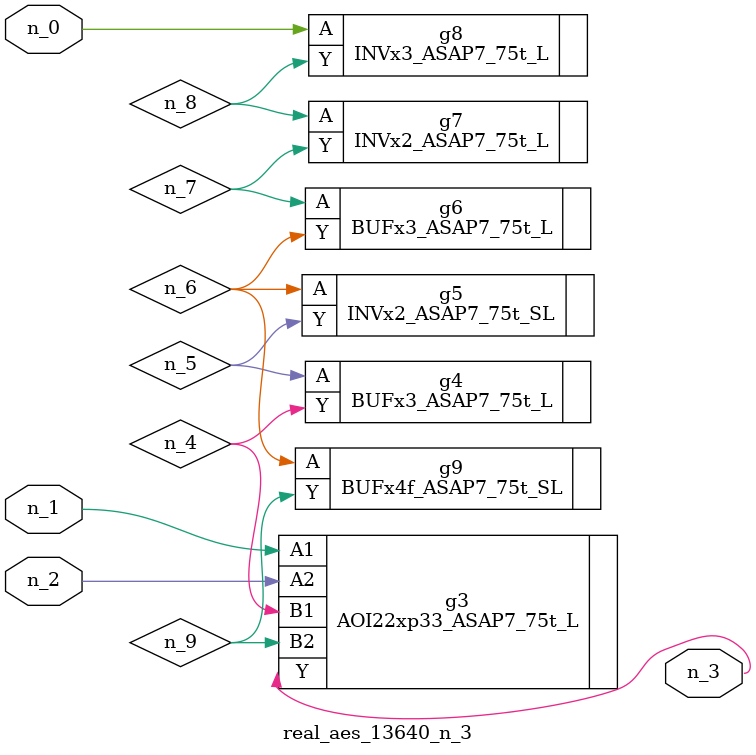
<source format=v>
module real_aes_13640_n_3 (n_0, n_2, n_1, n_3);
input n_0;
input n_2;
input n_1;
output n_3;
wire n_4;
wire n_5;
wire n_7;
wire n_9;
wire n_6;
wire n_8;
INVx3_ASAP7_75t_L g8 ( .A(n_0), .Y(n_8) );
AOI22xp33_ASAP7_75t_L g3 ( .A1(n_1), .A2(n_2), .B1(n_4), .B2(n_9), .Y(n_3) );
BUFx3_ASAP7_75t_L g4 ( .A(n_5), .Y(n_4) );
INVx2_ASAP7_75t_SL g5 ( .A(n_6), .Y(n_5) );
BUFx4f_ASAP7_75t_SL g9 ( .A(n_6), .Y(n_9) );
BUFx3_ASAP7_75t_L g6 ( .A(n_7), .Y(n_6) );
INVx2_ASAP7_75t_L g7 ( .A(n_8), .Y(n_7) );
endmodule
</source>
